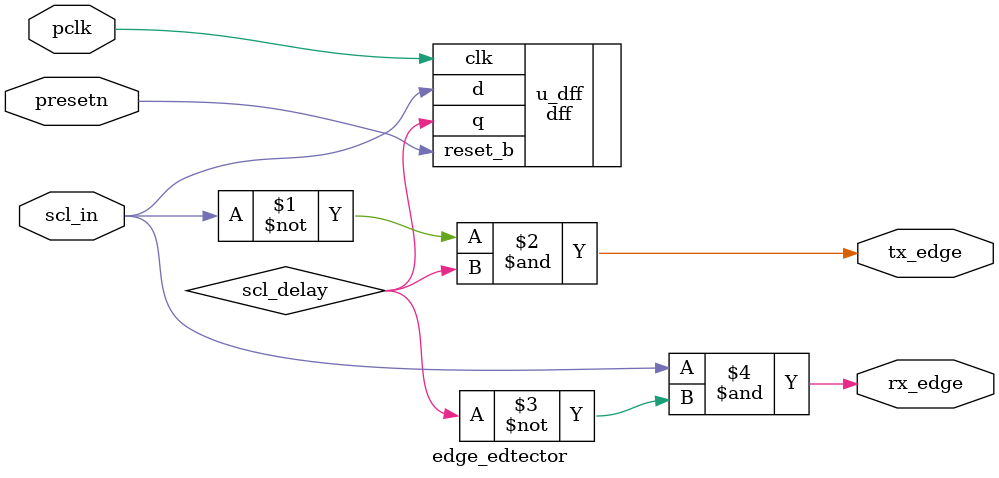
<source format=sv>
(* keep_hierarchy = "true" *)module edge_edtector (
  input  logic pclk,
  input  logic presetn,
  input  logic scl_in,
  
  output logic tx_edge,
  output logic rx_edge
);

 logic scl_delay;

  dff #(
    .FLOP_WIDTH(1)
  ) u_dff (
    .clk     ( pclk      ),
    .reset_b ( presetn   ),
    .d       ( scl_in    ),
    .q       ( scl_delay )
  );

  assign tx_edge = ~ scl_in & scl_delay;
  assign rx_edge = scl_in & (~ scl_delay);

endmodule

</source>
